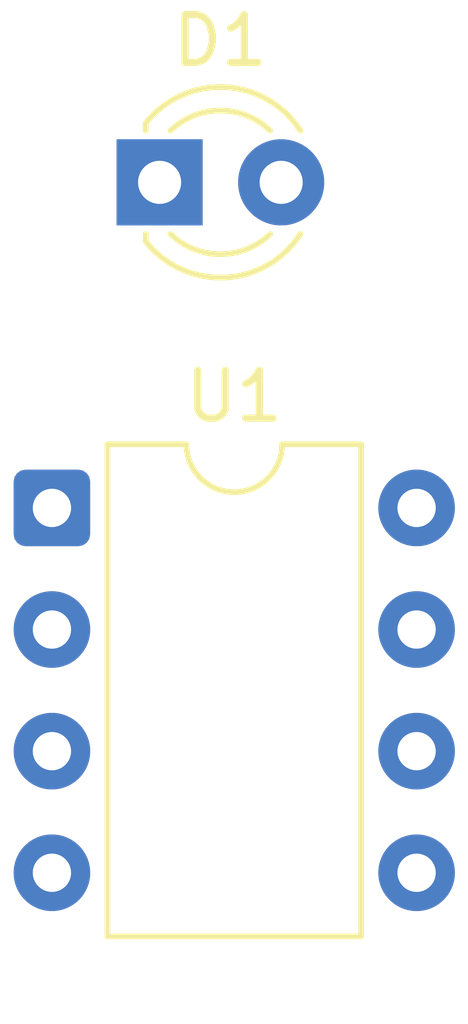
<source format=kicad_pcb>
(kicad_pcb (version 20241229) (generator "pcbnew") (generator_version "9.0")
  (layers (0 "F.Cu" signal) (2 "B.Cu" signal) (13 "F.Paste" user) (15 "B.Paste" user) (5 "F.SilkS" user "F.Silkscreen") (7 "B.SilkS" user "B.Silkscreen") (1 "F.Mask" user) (3 "B.Mask" user) (25 "Edge.Cuts" user))
  (net 0 "")
  (net 5 "Net-(D1-K)")
  (net 7 "Net-(D1-A)")
  (footprint "Package_DIP:DIP-8_W7.62mm" (layer "F.Cu") (at 71.38 41.3)
    (property "Reference" "U1" (at 3.81 -2.33 0) (layer "F.SilkS"))
    (property "Value" "NA555P")
    (fp_line (start 1.16 -1.33) (end 1.16 8.95) (stroke (width 0.12)) (layer "F.SilkS"))
    (fp_line (start 1.16 8.95) (end 6.46 8.95) (stroke (width 0.12)) (layer "F.SilkS"))
    (fp_line (start 2.81 -1.33) (end 1.16 -1.33) (stroke (width 0.12)) (layer "F.SilkS"))
    (fp_line (start 6.46 -1.33) (end 4.81 -1.33) (stroke (width 0.12)) (layer "F.SilkS"))
    (fp_line (start 6.46 8.95) (end 6.46 -1.33) (stroke (width 0.12)) (layer "F.SilkS"))
    (fp_arc (start 4.81 -1.33) (mid 3.81 -0.33) (end 2.81 -1.33) (stroke (width 0.12)) (layer "F.SilkS"))
    (pad "1" thru_hole roundrect (at 0 0) (size 1.6 1.6) (drill 0.8) (layers "*.Cu" "*.Mask") (roundrect_rratio 0.15625) (net 5 "Net-(D1-K)"))
    (pad "2" thru_hole circle (at 0 2.54) (size 1.6 1.6) (drill 0.8) (layers "*.Cu" "*.Mask"))
    (pad "3" thru_hole circle (at 0 5.08) (size 1.6 1.6) (drill 0.8) (layers "*.Cu" "*.Mask") (net 7 "Net-(D1-A)"))
    (pad "4" thru_hole circle (at 0 7.62) (size 1.6 1.6) (drill 0.8) (layers "*.Cu" "*.Mask"))
    (pad "5" thru_hole circle (at 7.62 7.62) (size 1.6 1.6) (drill 0.8) (layers "*.Cu" "*.Mask"))
    (pad "6" thru_hole circle (at 7.62 5.08) (size 1.6 1.6) (drill 0.8) (layers "*.Cu" "*.Mask"))
    (pad "7" thru_hole circle (at 7.62 2.54) (size 1.6 1.6) (drill 0.8) (layers "*.Cu" "*.Mask"))
    (pad "8" thru_hole circle (at 7.62 0) (size 1.6 1.6) (drill 0.8) (layers "*.Cu" "*.Mask"))
  )
  (footprint "LED_THT:LED_D3.0mm" (layer "F.Cu") (at 73.63 34.5)
    (property "Reference" "D1" (at 1.27 -2.96 0) (layer "F.SilkS"))
    (property "Value" "LED")
    (fp_line (start -0.29 -1.236) (end -0.29 -1.08) (stroke (width 0.12)) (layer "F.SilkS"))
    (fp_line (start -0.29 1.08) (end -0.29 1.236) (stroke (width 0.12)) (layer "F.SilkS"))
    (fp_arc (start -0.29 -1.235516) (mid 1.36566 -1.987699) (end 2.941437 -1.08) (stroke (width 0.12)) (layer "F.SilkS"))
    (fp_arc (start 0.229039 -1.08) (mid 1.27 -1.5) (end 2.310961 -1.08) (stroke (width 0.12)) (layer "F.SilkS"))
    (fp_arc (start 2.310961 1.08) (mid 1.27 1.5) (end 0.229039 1.08) (stroke (width 0.12)) (layer "F.SilkS"))
    (fp_arc (start 2.941437 1.08) (mid 1.36566 1.987699) (end -0.29 1.235516) (stroke (width 0.12)) (layer "F.SilkS"))
    (pad "1" thru_hole rect (at 0 0) (size 1.8 1.8) (drill 0.9) (layers "*.Cu" "*.Mask") (net 5 "Net-(D1-K)"))
    (pad "2" thru_hole circle (at 2.54 0) (size 1.8 1.8) (drill 0.9) (layers "*.Cu" "*.Mask") (net 7 "Net-(D1-A)"))
  )
)
</source>
